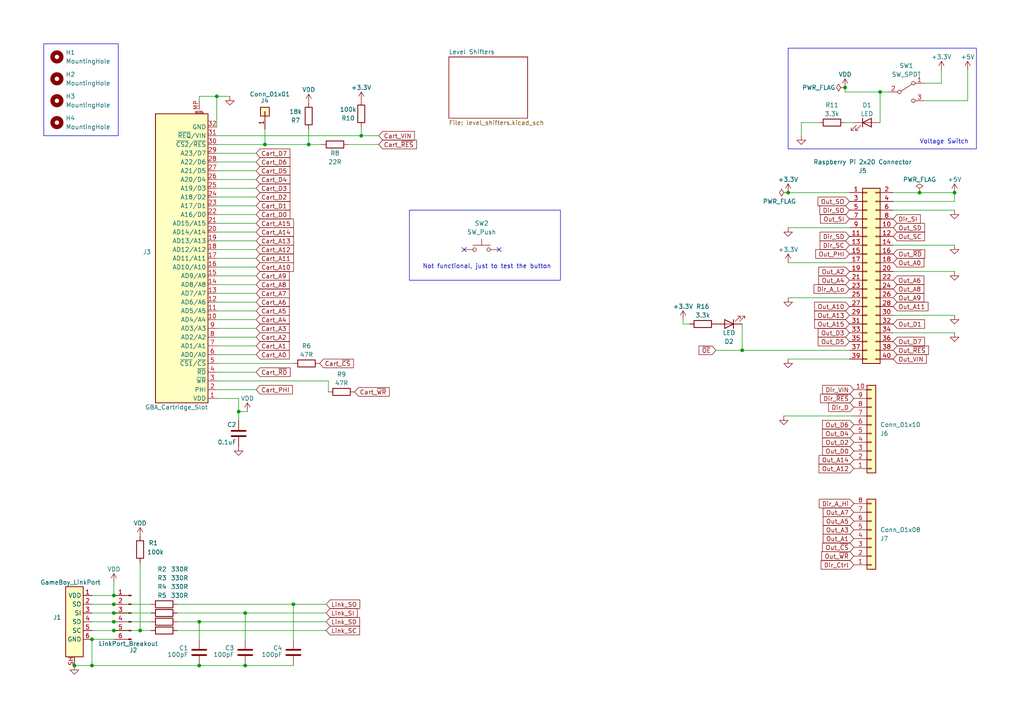
<source format=kicad_sch>
(kicad_sch (version 20230121) (generator eeschema)
  (paper "A4")
  (lib_symbols
    (symbol "Connector:Conn_01x06_Pin" (pin_names (offset 1.016) hide)
      (property "Reference" "J" (at 0 7.62 0))
      (property "Value" "Conn_01x06_Pin" (at 0 -10.16 0))
      (symbol "Conn_01x06_Pin_1_1"
        (polyline (pts (xy 1.27 -7.62) (xy 0.8636 -7.62)) (stroke (width 0.1524)))
        (polyline (pts (xy 1.27 -5.08) (xy 0.8636 -5.08)) (stroke (width 0.1524)))
        (polyline (pts (xy 1.27 -2.54) (xy 0.8636 -2.54)) (stroke (width 0.1524)))
        (polyline (pts (xy 1.27 0) (xy 0.8636 0)) (stroke (width 0.1524)))
        (polyline (pts (xy 1.27 2.54) (xy 0.8636 2.54)) (stroke (width 0.1524)))
        (polyline (pts (xy 1.27 5.08) (xy 0.8636 5.08)) (stroke (width 0.1524)))
        (rectangle (start 0.8636 -7.493) (end 0 -7.747) (stroke (width 0.1524)) (fill (type outline)))
        (rectangle (start 0.8636 -4.953) (end 0 -5.207) (stroke (width 0.1524)) (fill (type outline)))
        (rectangle (start 0.8636 -2.413) (end 0 -2.667) (stroke (width 0.1524)) (fill (type outline)))
        (rectangle (start 0.8636 0.127) (end 0 -0.127) (stroke (width 0.1524)) (fill (type outline)))
        (rectangle (start 0.8636 2.667) (end 0 2.413) (stroke (width 0.1524)) (fill (type outline)))
        (rectangle (start 0.8636 5.207) (end 0 4.953) (stroke (width 0.1524)) (fill (type outline)))
        (pin passive line (at 5.08 5.08 180) (length 3.81) (name "Pin_1") (number "1"))
        (pin passive line (at 5.08 2.54 180) (length 3.81) (name "Pin_2") (number "2"))
        (pin passive line (at 5.08 0 180) (length 3.81) (name "Pin_3") (number "3"))
        (pin passive line (at 5.08 -2.54 180) (length 3.81) (name "Pin_4") (number "4"))
        (pin passive line (at 5.08 -5.08 180) (length 3.81) (name "Pin_5") (number "5"))
        (pin passive line (at 5.08 -7.62 180) (length 3.81) (name "Pin_6") (number "6"))
      )
    )
    (symbol "Connector_Generic:Conn_01x01" (pin_names (offset 1.016) hide)
      (property "Reference" "J" (at 0 2.54 0))
      (property "Value" "Conn_01x01" (at 0 -2.54 0))
      (symbol "Conn_01x01_1_1"
        (rectangle (start -1.27 0.127) (end 0 -0.127) (stroke (width 0.1524)))
        (rectangle (start -1.27 1.27) (end 1.27 -1.27) (stroke (width 0.254)) (fill (type background)))
        (pin passive line (at -5.08 0 0) (length 3.81) (name "Pin_1") (number "1"))
      )
    )
    (symbol "Connector_Generic:Conn_01x08" (pin_names (offset 1.016) hide)
      (property "Reference" "J" (at 0 10.16 0))
      (property "Value" "Conn_01x08" (at 0 -12.7 0))
      (symbol "Conn_01x08_1_1"
        (rectangle (start -1.27 -10.033) (end 0 -10.287) (stroke (width 0.1524)))
        (rectangle (start -1.27 -7.493) (end 0 -7.747) (stroke (width 0.1524)))
        (rectangle (start -1.27 -4.953) (end 0 -5.207) (stroke (width 0.1524)))
        (rectangle (start -1.27 -2.413) (end 0 -2.667) (stroke (width 0.1524)))
        (rectangle (start -1.27 0.127) (end 0 -0.127) (stroke (width 0.1524)))
        (rectangle (start -1.27 2.667) (end 0 2.413) (stroke (width 0.1524)))
        (rectangle (start -1.27 5.207) (end 0 4.953) (stroke (width 0.1524)))
        (rectangle (start -1.27 7.747) (end 0 7.493) (stroke (width 0.1524)))
        (rectangle (start -1.27 8.89) (end 1.27 -11.43) (stroke (width 0.254)) (fill (type background)))
        (pin passive line (at -5.08 7.62 0) (length 3.81) (name "Pin_1") (number "1"))
        (pin passive line (at -5.08 5.08 0) (length 3.81) (name "Pin_2") (number "2"))
        (pin passive line (at -5.08 2.54 0) (length 3.81) (name "Pin_3") (number "3"))
        (pin passive line (at -5.08 0 0) (length 3.81) (name "Pin_4") (number "4"))
        (pin passive line (at -5.08 -2.54 0) (length 3.81) (name "Pin_5") (number "5"))
        (pin passive line (at -5.08 -5.08 0) (length 3.81) (name "Pin_6") (number "6"))
        (pin passive line (at -5.08 -7.62 0) (length 3.81) (name "Pin_7") (number "7"))
        (pin passive line (at -5.08 -10.16 0) (length 3.81) (name "Pin_8") (number "8"))
      )
    )
    (symbol "Connector_Generic:Conn_01x10" (pin_names (offset 1.016) hide)
      (property "Reference" "J" (at 0 12.7 0))
      (property "Value" "Conn_01x10" (at 0 -15.24 0))
      (symbol "Conn_01x10_1_1"
        (rectangle (start -1.27 -12.573) (end 0 -12.827) (stroke (width 0.1524)))
        (rectangle (start -1.27 -10.033) (end 0 -10.287) (stroke (width 0.1524)))
        (rectangle (start -1.27 -7.493) (end 0 -7.747) (stroke (width 0.1524)))
        (rectangle (start -1.27 -4.953) (end 0 -5.207) (stroke (width 0.1524)))
        (rectangle (start -1.27 -2.413) (end 0 -2.667) (stroke (width 0.1524)))
        (rectangle (start -1.27 0.127) (end 0 -0.127) (stroke (width 0.1524)))
        (rectangle (start -1.27 2.667) (end 0 2.413) (stroke (width 0.1524)))
        (rectangle (start -1.27 5.207) (end 0 4.953) (stroke (width 0.1524)))
        (rectangle (start -1.27 7.747) (end 0 7.493) (stroke (width 0.1524)))
        (rectangle (start -1.27 10.287) (end 0 10.033) (stroke (width 0.1524)))
        (rectangle (start -1.27 11.43) (end 1.27 -13.97) (stroke (width 0.254)) (fill (type background)))
        (pin passive line (at -5.08 10.16 0) (length 3.81) (name "Pin_1") (number "1"))
        (pin passive line (at -5.08 -12.7 0) (length 3.81) (name "Pin_10") (number "10"))
        (pin passive line (at -5.08 7.62 0) (length 3.81) (name "Pin_2") (number "2"))
        (pin passive line (at -5.08 5.08 0) (length 3.81) (name "Pin_3") (number "3"))
        (pin passive line (at -5.08 2.54 0) (length 3.81) (name "Pin_4") (number "4"))
        (pin passive line (at -5.08 0 0) (length 3.81) (name "Pin_5") (number "5"))
        (pin passive line (at -5.08 -2.54 0) (length 3.81) (name "Pin_6") (number "6"))
        (pin passive line (at -5.08 -5.08 0) (length 3.81) (name "Pin_7") (number "7"))
        (pin passive line (at -5.08 -7.62 0) (length 3.81) (name "Pin_8") (number "8"))
        (pin passive line (at -5.08 -10.16 0) (length 3.81) (name "Pin_9") (number "9"))
      )
    )
    (symbol "Connector_Generic:Conn_02x20_Odd_Even" (pin_names (offset 1.016) hide)
      (property "Reference" "J5" (at -1.27 29.21 0))
      (property "Value" "Raspberry Pi 2x20 Connector" (at -1.27 31.75 0))
      (symbol "Conn_02x20_Odd_Even_1_1"
        (rectangle (start -1.27 -25.273) (end 0 -25.527) (stroke (width 0.1524)))
        (rectangle (start -1.27 -22.733) (end 0 -22.987) (stroke (width 0.1524)))
        (rectangle (start -1.27 -20.193) (end 0 -20.447) (stroke (width 0.1524)))
        (rectangle (start -1.27 -17.653) (end 0 -17.907) (stroke (width 0.1524)))
        (rectangle (start -1.27 -15.113) (end 0 -15.367) (stroke (width 0.1524)))
        (rectangle (start -1.27 -12.573) (end 0 -12.827) (stroke (width 0.1524)))
        (rectangle (start -1.27 -10.033) (end 0 -10.287) (stroke (width 0.1524)))
        (rectangle (start -1.27 -7.493) (end 0 -7.747) (stroke (width 0.1524)))
        (rectangle (start -1.27 -4.953) (end 0 -5.207) (stroke (width 0.1524)))
        (rectangle (start -1.27 -2.413) (end 0 -2.667) (stroke (width 0.1524)))
        (rectangle (start -1.27 0.127) (end 0 -0.127) (stroke (width 0.1524)))
        (rectangle (start -1.27 2.667) (end 0 2.413) (stroke (width 0.1524)))
        (rectangle (start -1.27 5.207) (end 0 4.953) (stroke (width 0.1524)))
        (rectangle (start -1.27 7.747) (end 0 7.493) (stroke (width 0.1524)))
        (rectangle (start -1.27 10.287) (end 0 10.033) (stroke (width 0.1524)))
        (rectangle (start -1.27 12.827) (end 0 12.573) (stroke (width 0.1524)))
        (rectangle (start -1.27 15.367) (end 0 15.113) (stroke (width 0.1524)))
        (rectangle (start -1.27 17.907) (end 0 17.653) (stroke (width 0.1524)))
        (rectangle (start -1.27 20.447) (end 0 20.193) (stroke (width 0.1524)))
        (rectangle (start -1.27 22.987) (end 0 22.733) (stroke (width 0.1524)))
        (rectangle (start -1.27 24.13) (end 3.81 -26.67) (stroke (width 0.254)) (fill (type background)))
        (rectangle (start 3.81 -25.273) (end 2.54 -25.527) (stroke (width 0.1524)))
        (rectangle (start 3.81 -22.733) (end 2.54 -22.987) (stroke (width 0.1524)))
        (rectangle (start 3.81 -20.193) (end 2.54 -20.447) (stroke (width 0.1524)))
        (rectangle (start 3.81 -17.653) (end 2.54 -17.907) (stroke (width 0.1524)))
        (rectangle (start 3.81 -15.113) (end 2.54 -15.367) (stroke (width 0.1524)))
        (rectangle (start 3.81 -12.573) (end 2.54 -12.827) (stroke (width 0.1524)))
        (rectangle (start 3.81 -10.033) (end 2.54 -10.287) (stroke (width 0.1524)))
        (rectangle (start 3.81 -7.493) (end 2.54 -7.747) (stroke (width 0.1524)))
        (rectangle (start 3.81 -4.953) (end 2.54 -5.207) (stroke (width 0.1524)))
        (rectangle (start 3.81 -2.413) (end 2.54 -2.667) (stroke (width 0.1524)))
        (rectangle (start 3.81 0.127) (end 2.54 -0.127) (stroke (width 0.1524)))
        (rectangle (start 3.81 2.667) (end 2.54 2.413) (stroke (width 0.1524)))
        (rectangle (start 3.81 5.207) (end 2.54 4.953) (stroke (width 0.1524)))
        (rectangle (start 3.81 7.747) (end 2.54 7.493) (stroke (width 0.1524)))
        (rectangle (start 3.81 10.287) (end 2.54 10.033) (stroke (width 0.1524)))
        (rectangle (start 3.81 12.827) (end 2.54 12.573) (stroke (width 0.1524)))
        (rectangle (start 3.81 15.367) (end 2.54 15.113) (stroke (width 0.1524)))
        (rectangle (start 3.81 17.907) (end 2.54 17.653) (stroke (width 0.1524)))
        (rectangle (start 3.81 20.447) (end 2.54 20.193) (stroke (width 0.1524)))
        (rectangle (start 3.81 22.987) (end 2.54 22.733) (stroke (width 0.1524)))
        (pin passive line (at -5.08 22.86 0) (length 3.81) (name "GND") (number "1"))
        (pin passive line (at 7.62 12.7 180) (length 3.81) (name "Zynq_Y19") (number "10"))
        (pin passive line (at -5.08 10.16 0) (length 3.81) (name "Zynq_U7") (number "11"))
        (pin passive line (at 7.62 10.16 180) (length 3.81) (name "Zynq_C20") (number "12"))
        (pin passive line (at -5.08 7.62 0) (length 3.81) (name "Zynq_V7") (number "13"))
        (pin passive line (at 7.62 7.62 180) (length 3.81) (name "GND") (number "14"))
        (pin passive line (at -5.08 5.08 0) (length 3.81) (name "Zynq_U8") (number "15"))
        (pin passive line (at 7.62 5.08 180) (length 3.81) (name "Zynq_W6") (number "16"))
        (pin passive line (at -5.08 2.54 0) (length 3.81) (name "3V3") (number "17"))
        (pin passive line (at 7.62 2.54 180) (length 3.81) (name "Zynq_U18") (number "18"))
        (pin passive line (at -5.08 0 0) (length 3.81) (name "Zynq_V8") (number "19"))
        (pin passive line (at 7.62 22.86 180) (length 3.81) (name "5V") (number "2"))
        (pin passive line (at 7.62 0 180) (length 3.81) (name "GND") (number "20"))
        (pin passive line (at -5.08 -2.54 0) (length 3.81) (name "Zynq_V10") (number "21"))
        (pin passive line (at 7.62 -2.54 180) (length 3.81) (name "Zynq_U19") (number "22"))
        (pin passive line (at -5.08 -5.08 0) (length 3.81) (name "Zynq_W10") (number "23"))
        (pin passive line (at 7.62 -5.08 180) (length 3.81) (name "Zynq_F19") (number "24"))
        (pin passive line (at -5.08 -7.62 0) (length 3.81) (name "GND") (number "25"))
        (pin passive line (at 7.62 -7.62 180) (length 3.81) (name "Zynq_F20") (number "26"))
        (pin passive line (at -5.08 -10.16 0) (length 3.81) (name "Zynq_Y16") (number "27"))
        (pin passive line (at 7.62 -10.16 180) (length 3.81) (name "Zynq_Y17") (number "28"))
        (pin passive line (at -5.08 -12.7 0) (length 3.81) (name "Zynq_Y6") (number "29"))
        (pin passive line (at -5.08 20.32 0) (length 3.81) (name "Zynq_W18") (number "3"))
        (pin passive line (at 7.62 -12.7 180) (length 3.81) (name "GND") (number "30"))
        (pin passive line (at -5.08 -15.24 0) (length 3.81) (name "Zynq_Y7") (number "31"))
        (pin passive line (at 7.62 -15.24 180) (length 3.81) (name "Zynq_B20") (number "32"))
        (pin passive line (at -5.08 -17.78 0) (length 3.81) (name "Zynq_W8") (number "33"))
        (pin passive line (at 7.62 -17.78 180) (length 3.81) (name "GND") (number "34"))
        (pin passive line (at -5.08 -20.32 0) (length 3.81) (name "Zynq_Y8") (number "35"))
        (pin passive line (at 7.62 -20.32 180) (length 3.81) (name "Zynq_B19") (number "36"))
        (pin passive line (at -5.08 -22.86 0) (length 3.81) (name "Zynq_W9") (number "37"))
        (pin passive line (at 7.62 -22.86 180) (length 3.81) (name "Zynq_A20") (number "38"))
        (pin passive line (at -5.08 -25.4 0) (length 3.81) (name "GND") (number "39"))
        (pin passive line (at 7.62 20.32 180) (length 3.81) (name "5V") (number "4"))
        (pin passive line (at 7.62 -25.4 180) (length 3.81) (name "Zynq_Y9") (number "40"))
        (pin passive line (at -5.08 17.78 0) (length 3.81) (name "Zynq_W19") (number "5"))
        (pin passive line (at 7.62 17.78 180) (length 3.81) (name "GND") (number "6"))
        (pin passive line (at -5.08 15.24 0) (length 3.81) (name "Zynq_V6") (number "7"))
        (pin passive line (at 7.62 15.24 180) (length 3.81) (name "Zynq_Y18") (number "8"))
        (pin passive line (at -5.08 12.7 0) (length 3.81) (name "GND") (number "9"))
      )
    )
    (symbol "Device:C" (pin_numbers hide) (pin_names (offset 0.254))
      (property "Reference" "C" (at 0.635 2.54 0))
      (property "Value" "C" (at 0.635 -2.54 0))
      (symbol "C_0_1"
        (polyline (pts (xy -2.032 -0.762) (xy 2.032 -0.762)) (stroke (width 0.508)))
        (polyline (pts (xy -2.032 0.762) (xy 2.032 0.762)) (stroke (width 0.508)))
      )
      (symbol "C_1_1"
        (pin passive line (at 0 3.81 270) (length 2.794) (name "~") (number "1"))
        (pin passive line (at 0 -3.81 90) (length 2.794) (name "~") (number "2"))
      )
    )
    (symbol "Device:LED" (pin_numbers hide) (pin_names (offset 1.016) hide)
      (property "Reference" "D" (at 0 2.54 0))
      (property "Value" "LED" (at 0 -2.54 0))
      (symbol "LED_0_1"
        (polyline (pts (xy -1.27 -1.27) (xy -1.27 1.27)) (stroke (width 0.254)))
        (polyline (pts (xy -1.27 0) (xy 1.27 0)))
        (polyline (pts (xy 1.27 -1.27) (xy 1.27 1.27) (xy -1.27 0) (xy 1.27 -1.27)) (stroke (width 0.254)))
        (polyline (pts (xy -3.048 -0.762) (xy -4.572 -2.286) (xy -3.81 -2.286) (xy -4.572 -2.286) (xy -4.572 -1.524)))
        (polyline (pts (xy -1.778 -0.762) (xy -3.302 -2.286) (xy -2.54 -2.286) (xy -3.302 -2.286) (xy -3.302 -1.524)))
      )
      (symbol "LED_1_1"
        (pin passive line (at -3.81 0 0) (length 2.54) (name "K") (number "1"))
        (pin passive line (at 3.81 0 180) (length 2.54) (name "A") (number "2"))
      )
    )
    (symbol "Device:R" (pin_numbers hide) (pin_names (offset 0))
      (property "Reference" "R" (at 2.032 0 90))
      (property "Value" "R" (at 0 0 90))
      (symbol "R_0_1"
        (rectangle (start -1.016 -2.54) (end 1.016 2.54) (stroke (width 0.254)))
      )
      (symbol "R_1_1"
        (pin passive line (at 0 3.81 270) (length 1.27) (name "~") (number "1"))
        (pin passive line (at 0 -3.81 90) (length 1.27) (name "~") (number "2"))
      )
    )
    (symbol "Gekkio_Connector_Specialized:GameBoyAdvance_Cartridge_MountingPin"
      (property "Reference" "J" (at -5.08 43.18 0))
      (property "Value" "GameBoyAdvance_Cartridge_MountingPin" (at -3.81 -44.45 0))
      (symbol "GameBoyAdvance_Cartridge_MountingPin_0_1"
        (rectangle (start -7.62 41.91) (end 7.62 -41.91) (stroke (width 0.254)) (fill (type background)))
      )
      (symbol "GameBoyAdvance_Cartridge_MountingPin_1_1"
        (polyline (pts (xy -6.096 -42.672) (xy -4.064 -42.672)) (stroke (width 0.1524)))
        (text "Mounting" (at -5.08 -42.291 0) (effects (font (size 0.381 0.381))))
        (pin passive line (at -10.16 40.64 0) (length 2.54) (name "VDD") (number "1"))
        (pin passive line (at -10.16 17.78 0) (length 2.54) (name "AD4/A4") (number "10"))
        (pin passive line (at -10.16 15.24 0) (length 2.54) (name "AD5/A5") (number "11"))
        (pin passive line (at -10.16 12.7 0) (length 2.54) (name "AD6/A6") (number "12"))
        (pin passive line (at -10.16 10.16 0) (length 2.54) (name "AD7/A7") (number "13"))
        (pin passive line (at -10.16 7.62 0) (length 2.54) (name "AD8/A8") (number "14"))
        (pin passive line (at -10.16 5.08 0) (length 2.54) (name "AD9/A9") (number "15"))
        (pin passive line (at -10.16 2.54 0) (length 2.54) (name "AD10/A10") (number "16"))
        (pin passive line (at -10.16 0 0) (length 2.54) (name "AD11/A11") (number "17"))
        (pin passive line (at -10.16 -2.54 0) (length 2.54) (name "AD12/A12") (number "18"))
        (pin passive line (at -10.16 -5.08 0) (length 2.54) (name "AD13/A13") (number "19"))
        (pin passive line (at -10.16 38.1 0) (length 2.54) (name "PHI") (number "2"))
        (pin passive line (at -10.16 -7.62 0) (length 2.54) (name "AD14/A14") (number "20"))
        (pin passive line (at -10.16 -10.16 0) (length 2.54) (name "AD15/A15") (number "21"))
        (pin passive line (at -10.16 -12.7 0) (length 2.54) (name "A16/D0") (number "22"))
        (pin passive line (at -10.16 -15.24 0) (length 2.54) (name "A17/D1") (number "23"))
        (pin passive line (at -10.16 -17.78 0) (length 2.54) (name "A18/D2") (number "24"))
        (pin passive line (at -10.16 -20.32 0) (length 2.54) (name "A19/D3") (number "25"))
        (pin passive line (at -10.16 -22.86 0) (length 2.54) (name "A20/D4") (number "26"))
        (pin passive line (at -10.16 -25.4 0) (length 2.54) (name "A21/D5") (number "27"))
        (pin passive line (at -10.16 -27.94 0) (length 2.54) (name "A22/D6") (number "28"))
        (pin passive line (at -10.16 -30.48 0) (length 2.54) (name "A23/D7") (number "29"))
        (pin passive line (at -10.16 35.56 0) (length 2.54) (name "~{WR}") (number "3"))
        (pin passive line (at -10.16 -33.02 0) (length 2.54) (name "~{CS2}/~{RES}") (number "30"))
        (pin passive line (at -10.16 -35.56 0) (length 2.54) (name "~{REQ}/VIN") (number "31"))
        (pin passive line (at -10.16 -38.1 0) (length 2.54) (name "GND") (number "32"))
        (pin passive line (at -10.16 33.02 0) (length 2.54) (name "~{RD}") (number "4"))
        (pin passive line (at -10.16 30.48 0) (length 2.54) (name "~{CS1}/~{CS}") (number "5"))
        (pin passive line (at -10.16 27.94 0) (length 2.54) (name "AD0/A0") (number "6"))
        (pin passive line (at -10.16 25.4 0) (length 2.54) (name "AD1/A1") (number "7"))
        (pin passive line (at -10.16 22.86 0) (length 2.54) (name "AD2/A2") (number "8"))
        (pin passive line (at -10.16 20.32 0) (length 2.54) (name "AD3/A3") (number "9"))
        (pin passive line (at -5.08 -45.72 90) (length 2.54) (name "~") (number "MP"))
      )
    )
    (symbol "Gekkio_Connector_Specialized:GameBoy_LinkPort"
      (property "Reference" "J" (at 0 13.97 0))
      (property "Value" "GameBoy_LinkPort" (at 0 11.43 0))
      (symbol "GameBoy_LinkPort_0_1"
        (rectangle (start -2.54 10.16) (end 2.54 -10.16) (stroke (width 0.254)) (fill (type background)))
      )
      (symbol "GameBoy_LinkPort_1_1"
        (pin passive line (at -5.08 7.62 0) (length 2.54) (name "VDD") (number "1"))
        (pin passive line (at -5.08 5.08 0) (length 2.54) (name "SO") (number "2"))
        (pin passive line (at -5.08 2.54 0) (length 2.54) (name "SI") (number "3"))
        (pin passive line (at -5.08 0 0) (length 2.54) (name "SD") (number "4"))
        (pin passive line (at -5.08 -2.54 0) (length 2.54) (name "SC") (number "5"))
        (pin passive line (at -5.08 -5.08 0) (length 2.54) (name "GND") (number "6"))
        (pin passive line (at 0 -12.7 90) (length 2.54) (name "~") (number "SH"))
      )
    )
    (symbol "Mechanical:MountingHole" (pin_names (offset 1.016))
      (property "Reference" "H" (at 0 5.08 0))
      (property "Value" "MountingHole" (at 0 3.175 0))
      (symbol "MountingHole_0_1"
        (circle (center 0 0) (radius 1.27) (stroke (width 1.27)))
      )
    )
    (symbol "Switch:SW_Push" (pin_numbers hide) (pin_names (offset 1.016) hide)
      (property "Reference" "SW" (at 1.27 2.54 0))
      (property "Value" "SW_Push" (at 0 -1.524 0))
      (symbol "SW_Push_0_1"
        (circle (center -2.032 0) (radius 0.508))
        (polyline (pts (xy 0 1.27) (xy 0 3.048)))
        (polyline (pts (xy 2.54 1.27) (xy -2.54 1.27)))
        (circle (center 2.032 0) (radius 0.508))
        (pin passive line (at -5.08 0 0) (length 2.54) (name "1") (number "1"))
        (pin passive line (at 5.08 0 180) (length 2.54) (name "2") (number "2"))
      )
    )
    (symbol "Switch:SW_SPDT" (pin_names (offset 0) hide)
      (property "Reference" "SW" (at 0 4.318 0))
      (property "Value" "SW_SPDT" (at 0 -5.08 0))
      (symbol "SW_SPDT_0_0"
        (circle (center -2.032 0) (radius 0.508))
        (circle (center 2.032 -2.54) (radius 0.508))
      )
      (symbol "SW_SPDT_0_1"
        (polyline (pts (xy -1.524 0.254) (xy 1.651 2.286)))
        (circle (center 2.032 2.54) (radius 0.508))
      )
      (symbol "SW_SPDT_1_1"
        (pin passive line (at 5.08 2.54 180) (length 2.54) (name "A") (number "1"))
        (pin passive line (at -5.08 0 0) (length 2.54) (name "B") (number "2"))
        (pin passive line (at 5.08 -2.54 180) (length 2.54) (name "C") (number "3"))
      )
    )
    (symbol "power:+3.3V" (power) (pin_names (offset 0))
      (property "Value" "+3.3V" (at 0 3.556 0))
      (symbol "+3.3V_0_1"
        (polyline (pts (xy -0.762 1.27) (xy 0 2.54)))
        (polyline (pts (xy 0 0) (xy 0 2.54)))
        (polyline (pts (xy 0 2.54) (xy 0.762 1.27)))
      )
      (symbol "+3.3V_1_1"
        (pin power_in line (at 0 0 90) (length 0) hide (name "+3.3V") (number "1"))
      )
    )
    (symbol "power:+5V" (power) (pin_names (offset 0))
      (property "Value" "+5V" (at 0 3.556 0))
      (symbol "+5V_0_1"
        (polyline (pts (xy -0.762 1.27) (xy 0 2.54)))
        (polyline (pts (xy 0 0) (xy 0 2.54)))
        (polyline (pts (xy 0 2.54) (xy 0.762 1.27)))
      )
      (symbol "+5V_1_1"
        (pin power_in line (at 0 0 90) (length 0) hide (name "+5V") (number "1"))
      )
    )
    (symbol "power:GND" (power) (pin_names (offset 0))
      (property "Value" "GND" (at 0 -3.81 0))
      (symbol "GND_0_1"
        (polyline (pts (xy 0 0) (xy 0 -1.27) (xy 1.27 -1.27) (xy 0 -2.54) (xy -1.27 -1.27) (xy 0 -1.27)))
      )
      (symbol "GND_1_1"
        (pin power_in line (at 0 0 270) (length 0) hide (name "GND") (number "1"))
      )
    )
    (symbol "power:PWR_FLAG" (power) (pin_numbers hide) (pin_names (offset 0) hide)
      (property "Value" "PWR_FLAG" (at 0 3.81 0))
      (symbol "PWR_FLAG_0_0"
        (pin power_out line (at 0 0 90) (length 0) (name "pwr") (number "1"))
      )
      (symbol "PWR_FLAG_0_1"
        (polyline (pts (xy 0 0) (xy 0 1.27) (xy -1.016 1.905) (xy 0 2.54) (xy 1.016 1.905) (xy 0 1.27)))
      )
    )
    (symbol "power:VDD" (power) (pin_names (offset 0))
      (property "Value" "VDD" (at 0 3.81 0))
      (symbol "VDD_0_1"
        (polyline (pts (xy -0.762 1.27) (xy 0 2.54)))
        (polyline (pts (xy 0 0) (xy 0 2.54)))
        (polyline (pts (xy 0 2.54) (xy 0.762 1.27)))
      )
      (symbol "VDD_1_1"
        (pin power_in line (at 0 0 90) (length 0) hide (name "VDD") (number "1"))
      )
    )
  )
  (junction (at 33.02 172.72))
  (junction (at 33.02 175.26))
  (junction (at 57.785 193.04))
  (junction (at 266.7 55.88))
  (junction (at 62.865 27.94))
  (junction (at 33.02 182.88))
  (junction (at 245.11 25.4))
  (junction (at 21.59 193.04))
  (junction (at 85.09 175.26))
  (junction (at 57.785 180.34))
  (junction (at 71.12 193.04))
  (junction (at 33.02 177.8))
  (junction (at 276.86 55.88))
  (junction (at 255.27 26.67))
  (junction (at 33.02 180.34))
  (junction (at 26.67 185.42))
  (junction (at 104.775 39.37))
  (junction (at 215.265 101.6))
  (junction (at 76.835 41.91))
  (junction (at 69.215 119.38))
  (junction (at 228.6 55.88))
  (junction (at 40.64 182.88))
  (junction (at 89.535 41.91))
  (junction (at 26.67 193.04))
  (junction (at 71.12 177.8))
  (no_connect (at 144.78 72.39))
  (no_connect (at 134.62 72.39))
  (polyline (pts (xy 12.7 39.37) (xy 34.29 39.37)))
  (wire (pts (xy 40.64 182.88) (xy 43.815 182.88)))
  (wire (pts (xy 62.865 41.91) (xy 76.835 41.91)))
  (wire (pts (xy 85.09 175.26) (xy 94.615 175.26)))
  (wire (pts (xy 215.265 101.6) (xy 246.38 101.6)))
  (wire (pts (xy 273.05 24.13) (xy 273.05 20.32)))
  (wire (pts (xy 62.865 80.01) (xy 74.295 80.01)))
  (wire (pts (xy 76.835 41.91) (xy 89.535 41.91)))
  (wire (pts (xy 280.67 20.32) (xy 280.67 29.21)))
  (wire (pts (xy 62.865 107.95) (xy 74.295 107.95)))
  (wire (pts (xy 69.215 119.38) (xy 69.215 115.57)))
  (wire (pts (xy 227.33 120.65) (xy 247.65 120.65)))
  (wire (pts (xy 215.265 93.98) (xy 215.265 101.6)))
  (wire (pts (xy 57.785 193.04) (xy 71.12 193.04)))
  (wire (pts (xy 26.67 182.88) (xy 33.02 182.88)))
  (wire (pts (xy 62.865 49.53) (xy 74.295 49.53)))
  (wire (pts (xy 259.08 58.42) (xy 276.86 58.42)))
  (wire (pts (xy 57.785 27.94) (xy 62.865 27.94)))
  (wire (pts (xy 207.645 101.6) (xy 215.265 101.6)))
  (wire (pts (xy 26.67 180.34) (xy 33.02 180.34)))
  (wire (pts (xy 62.865 77.47) (xy 74.295 77.47)))
  (wire (pts (xy 26.67 193.04) (xy 21.59 193.04)))
  (polyline (pts (xy 228.6 13.97) (xy 283.21 13.97)))
  (wire (pts (xy 89.535 37.465) (xy 89.535 41.91)))
  (wire (pts (xy 62.865 105.41) (xy 85.09 105.41)))
  (wire (pts (xy 267.97 29.21) (xy 280.67 29.21)))
  (wire (pts (xy 33.02 168.91) (xy 33.02 172.72)))
  (wire (pts (xy 62.865 102.87) (xy 74.295 102.87)))
  (wire (pts (xy 276.86 55.88) (xy 276.86 58.42)))
  (wire (pts (xy 62.865 95.25) (xy 74.295 95.25)))
  (wire (pts (xy 69.215 119.38) (xy 71.755 119.38)))
  (wire (pts (xy 62.865 72.39) (xy 74.295 72.39)))
  (wire (pts (xy 26.67 193.04) (xy 57.785 193.04)))
  (wire (pts (xy 89.535 41.91) (xy 93.345 41.91)))
  (wire (pts (xy 259.08 91.44) (xy 276.86 91.44)))
  (wire (pts (xy 267.97 24.13) (xy 273.05 24.13)))
  (wire (pts (xy 259.08 60.96) (xy 276.86 60.96)))
  (wire (pts (xy 104.775 36.83) (xy 104.775 39.37)))
  (wire (pts (xy 259.08 71.12) (xy 276.86 71.12)))
  (wire (pts (xy 51.435 177.8) (xy 71.12 177.8)))
  (wire (pts (xy 62.865 64.77) (xy 74.295 64.77)))
  (wire (pts (xy 198.12 93.98) (xy 200.025 93.98)))
  (wire (pts (xy 62.865 115.57) (xy 69.215 115.57)))
  (wire (pts (xy 228.6 76.2) (xy 246.38 76.2)))
  (wire (pts (xy 62.865 85.09) (xy 74.295 85.09)))
  (wire (pts (xy 69.215 119.38) (xy 69.215 121.92)))
  (wire (pts (xy 62.865 39.37) (xy 104.775 39.37)))
  (wire (pts (xy 232.41 35.56) (xy 232.41 39.37)))
  (wire (pts (xy 228.6 86.36) (xy 246.38 86.36)))
  (wire (pts (xy 71.12 177.8) (xy 71.12 185.42)))
  (wire (pts (xy 57.785 29.21) (xy 57.785 27.94)))
  (wire (pts (xy 100.965 41.91) (xy 109.855 41.91)))
  (wire (pts (xy 259.08 96.52) (xy 276.86 96.52)))
  (wire (pts (xy 62.865 46.99) (xy 74.295 46.99)))
  (wire (pts (xy 57.785 180.34) (xy 57.785 185.42)))
  (wire (pts (xy 255.27 26.67) (xy 255.27 35.56)))
  (wire (pts (xy 62.865 97.79) (xy 74.295 97.79)))
  (polyline (pts (xy 283.21 43.18) (xy 228.6 43.18)))
  (wire (pts (xy 62.865 57.15) (xy 74.295 57.15)))
  (wire (pts (xy 76.835 37.465) (xy 76.835 41.91)))
  (polyline (pts (xy 34.29 39.37) (xy 34.29 12.7)))
  (wire (pts (xy 62.865 54.61) (xy 74.295 54.61)))
  (wire (pts (xy 33.02 182.88) (xy 40.64 182.88)))
  (wire (pts (xy 62.865 52.07) (xy 74.295 52.07)))
  (wire (pts (xy 62.865 82.55) (xy 74.295 82.55)))
  (wire (pts (xy 62.865 67.31) (xy 74.295 67.31)))
  (wire (pts (xy 71.12 193.04) (xy 85.09 193.04)))
  (wire (pts (xy 26.67 185.42) (xy 33.02 185.42)))
  (wire (pts (xy 26.67 193.04) (xy 26.67 185.42)))
  (wire (pts (xy 33.02 180.34) (xy 43.815 180.34)))
  (wire (pts (xy 40.64 163.195) (xy 40.64 182.88)))
  (wire (pts (xy 228.6 55.88) (xy 246.38 55.88)))
  (wire (pts (xy 198.12 92.71) (xy 198.12 93.98)))
  (wire (pts (xy 51.435 175.26) (xy 85.09 175.26)))
  (wire (pts (xy 95.25 110.49) (xy 95.25 113.665)))
  (wire (pts (xy 33.02 177.8) (xy 43.815 177.8)))
  (wire (pts (xy 259.08 55.88) (xy 266.7 55.88)))
  (polyline (pts (xy 12.7 12.7) (xy 12.7 39.37)))
  (wire (pts (xy 62.865 44.45) (xy 74.295 44.45)))
  (wire (pts (xy 26.67 177.8) (xy 33.02 177.8)))
  (wire (pts (xy 237.49 35.56) (xy 232.41 35.56)))
  (wire (pts (xy 255.27 26.67) (xy 257.81 26.67)))
  (wire (pts (xy 33.02 175.26) (xy 43.815 175.26)))
  (wire (pts (xy 62.865 74.93) (xy 74.295 74.93)))
  (wire (pts (xy 26.67 175.26) (xy 33.02 175.26)))
  (wire (pts (xy 57.785 180.34) (xy 94.615 180.34)))
  (polyline (pts (xy 12.7 12.7) (xy 34.29 12.7)))
  (wire (pts (xy 62.865 87.63) (xy 74.295 87.63)))
  (wire (pts (xy 62.865 62.23) (xy 74.295 62.23)))
  (wire (pts (xy 228.6 104.14) (xy 246.38 104.14)))
  (wire (pts (xy 51.435 182.88) (xy 94.615 182.88)))
  (wire (pts (xy 245.11 26.67) (xy 245.11 25.4)))
  (wire (pts (xy 62.865 27.94) (xy 62.865 36.83)))
  (wire (pts (xy 62.865 110.49) (xy 95.25 110.49)))
  (wire (pts (xy 51.435 180.34) (xy 57.785 180.34)))
  (wire (pts (xy 228.6 66.04) (xy 246.38 66.04)))
  (wire (pts (xy 71.12 177.8) (xy 94.615 177.8)))
  (polyline (pts (xy 283.21 13.97) (xy 283.21 43.18)))
  (wire (pts (xy 104.775 39.37) (xy 109.855 39.37)))
  (wire (pts (xy 245.11 35.56) (xy 247.65 35.56)))
  (wire (pts (xy 85.09 175.26) (xy 85.09 185.42)))
  (wire (pts (xy 62.865 69.85) (xy 74.295 69.85)))
  (wire (pts (xy 26.67 172.72) (xy 33.02 172.72)))
  (wire (pts (xy 245.11 26.67) (xy 255.27 26.67)))
  (wire (pts (xy 62.865 59.69) (xy 74.295 59.69)))
  (wire (pts (xy 62.865 27.94) (xy 66.675 27.94)))
  (wire (pts (xy 266.7 55.88) (xy 276.86 55.88)))
  (wire (pts (xy 259.08 78.74) (xy 276.86 78.74)))
  (wire (pts (xy 62.865 100.33) (xy 74.295 100.33)))
  (wire (pts (xy 62.865 92.71) (xy 74.295 92.71)))
  (wire (pts (xy 62.865 113.03) (xy 74.295 113.03)))
  (polyline (pts (xy 228.6 43.18) (xy 228.6 13.97)))
  (wire (pts (xy 62.865 90.17) (xy 74.295 90.17)))
  (rectangle (start 118.745 60.96) (end 162.56 81.28))
  (text "Voltage Switch\n" (at 266.7 41.91 0) (effects (font (size 1.27 1.27)) (justify left bottom)))
  (text "Not functional, just to test the button\n" (at 122.555 78.105 0) (effects (font (size 1.27 1.27)) (justify left bottom)))
  (global_label "Out_A0" (shape input) (at 259.08 76.2 0) (property "Intersheetrefs" "${INTERSHEET_REFS}" (effects hide)))
  (global_label "Cart_D0" (shape input) (at 74.295 62.23 0) (property "Intersheetrefs" "${INTERSHEET_REFS}" (effects hide)))
  (global_label "Out_A2" (shape input) (at 246.38 78.74 180) (property "Intersheetrefs" "${INTERSHEET_REFS}" (effects hide)))
  (global_label "Cart_~{WR}" (shape input) (at 102.87 113.665 0) (property "Intersheetrefs" "${INTERSHEET_REFS}" (effects hide)))
  (global_label "Out_A12" (shape input) (at 247.65 135.89 180) (property "Intersheetrefs" "${INTERSHEET_REFS}" (effects hide)))
  (global_label "Cart_D3" (shape input) (at 74.295 54.61 0) (property "Intersheetrefs" "${INTERSHEET_REFS}" (effects hide)))
  (global_label "Cart_~{RD}" (shape input) (at 74.295 107.95 0) (property "Intersheetrefs" "${INTERSHEET_REFS}" (effects hide)))
  (global_label "Cart_A0" (shape input) (at 74.295 102.87 0) (property "Intersheetrefs" "${INTERSHEET_REFS}" (effects hide)))
  (global_label "Dir_Ctrl" (shape input) (at 247.65 163.83 180) (property "Intersheetrefs" "${INTERSHEET_REFS}" (effects hide)))
  (global_label "Cart_PHI" (shape input) (at 74.295 113.03 0) (property "Intersheetrefs" "${INTERSHEET_REFS}" (effects hide)))
  (global_label "Out_~{RD}" (shape input) (at 259.08 73.66 0) (property "Intersheetrefs" "${INTERSHEET_REFS}" (effects hide)))
  (global_label "Out_A11" (shape input) (at 259.08 88.9 0) (property "Intersheetrefs" "${INTERSHEET_REFS}" (effects hide)))
  (global_label "Cart_D4" (shape input) (at 74.295 52.07 0) (property "Intersheetrefs" "${INTERSHEET_REFS}" (effects hide)))
  (global_label "Out_D3" (shape input) (at 246.38 96.52 180) (property "Intersheetrefs" "${INTERSHEET_REFS}" (effects hide)))
  (global_label "Dir_~{RES}" (shape input) (at 247.65 115.57 180) (property "Intersheetrefs" "${INTERSHEET_REFS}" (effects hide)))
  (global_label "Out_VIN" (shape input) (at 259.08 104.14 0) (property "Intersheetrefs" "${INTERSHEET_REFS}" (effects hide)))
  (global_label "Link_SI" (shape input) (at 94.615 177.8 0) (property "Intersheetrefs" "${INTERSHEET_REFS}" (effects hide)))
  (global_label "Cart_D1" (shape input) (at 74.295 59.69 0) (property "Intersheetrefs" "${INTERSHEET_REFS}" (effects hide)))
  (global_label "Cart_A4" (shape input) (at 74.295 92.71 0) (property "Intersheetrefs" "${INTERSHEET_REFS}" (effects hide)))
  (global_label "Out_D0" (shape input) (at 247.65 130.81 180) (property "Intersheetrefs" "${INTERSHEET_REFS}" (effects hide)))
  (global_label "Dir_SD" (shape input) (at 246.38 68.58 180) (property "Intersheetrefs" "${INTERSHEET_REFS}" (effects hide)))
  (global_label "Out_A9" (shape input) (at 259.08 86.36 0) (property "Intersheetrefs" "${INTERSHEET_REFS}" (effects hide)))
  (global_label "Cart_~{CS}" (shape input) (at 92.71 105.41 0) (property "Intersheetrefs" "${INTERSHEET_REFS}" (effects hide)))
  (global_label "Cart_A8" (shape input) (at 74.295 82.55 0) (property "Intersheetrefs" "${INTERSHEET_REFS}" (effects hide)))
  (global_label "Dir_SI" (shape input) (at 259.08 63.5 0) (property "Intersheetrefs" "${INTERSHEET_REFS}" (effects hide)))
  (global_label "Dir_SC" (shape input) (at 246.38 71.12 180) (property "Intersheetrefs" "${INTERSHEET_REFS}" (effects hide)))
  (global_label "Cart_A10" (shape input) (at 74.295 77.47 0) (property "Intersheetrefs" "${INTERSHEET_REFS}" (effects hide)))
  (global_label "Cart_A11" (shape input) (at 74.295 74.93 0) (property "Intersheetrefs" "${INTERSHEET_REFS}" (effects hide)))
  (global_label "Dir_A_Lo" (shape input) (at 246.38 83.82 180) (property "Intersheetrefs" "${INTERSHEET_REFS}" (effects hide)))
  (global_label "Out_PHI" (shape input) (at 246.38 73.66 180) (property "Intersheetrefs" "${INTERSHEET_REFS}" (effects hide)))
  (global_label "Cart_D6" (shape input) (at 74.295 46.99 0) (property "Intersheetrefs" "${INTERSHEET_REFS}" (effects hide)))
  (global_label "Out_~{CS}" (shape input) (at 247.65 158.75 180) (property "Intersheetrefs" "${INTERSHEET_REFS}" (effects hide)))
  (global_label "Out_SO" (shape input) (at 246.38 58.42 180) (property "Intersheetrefs" "${INTERSHEET_REFS}" (effects hide)))
  (global_label "Out_SI" (shape input) (at 246.38 63.5 180) (property "Intersheetrefs" "${INTERSHEET_REFS}" (effects hide)))
  (global_label "Out_D4" (shape input) (at 247.65 125.73 180) (property "Intersheetrefs" "${INTERSHEET_REFS}" (effects hide)))
  (global_label "Out_A8" (shape input) (at 259.08 83.82 0) (property "Intersheetrefs" "${INTERSHEET_REFS}" (effects hide)))
  (global_label "Out_A7" (shape input) (at 247.65 148.59 180) (property "Intersheetrefs" "${INTERSHEET_REFS}" (effects hide)))
  (global_label "Out_A14" (shape input) (at 247.65 133.35 180) (property "Intersheetrefs" "${INTERSHEET_REFS}" (effects hide)))
  (global_label "Dir_VIN" (shape input) (at 247.65 113.03 180) (property "Intersheetrefs" "${INTERSHEET_REFS}" (effects hide)))
  (global_label "Dir_A_Hi" (shape input) (at 247.65 146.05 180) (property "Intersheetrefs" "${INTERSHEET_REFS}" (effects hide)))
  (global_label "Cart_A6" (shape input) (at 74.295 87.63 0) (property "Intersheetrefs" "${INTERSHEET_REFS}" (effects hide)))
  (global_label "Cart_D7" (shape input) (at 74.295 44.45 0) (property "Intersheetrefs" "${INTERSHEET_REFS}" (effects hide)))
  (global_label "Dir_D" (shape input) (at 247.65 118.11 180) (property "Intersheetrefs" "${INTERSHEET_REFS}" (effects hide)))
  (global_label "Out_A10" (shape input) (at 246.38 88.9 180) (property "Intersheetrefs" "${INTERSHEET_REFS}" (effects hide)))
  (global_label "Cart_D2" (shape input) (at 74.295 57.15 0) (property "Intersheetrefs" "${INTERSHEET_REFS}" (effects hide)))
  (global_label "Out_SC" (shape input) (at 259.08 68.58 0) (property "Intersheetrefs" "${INTERSHEET_REFS}" (effects hide)))
  (global_label "Cart_~{RES}" (shape input) (at 109.855 41.91 0) (property "Intersheetrefs" "${INTERSHEET_REFS}" (effects hide)))
  (global_label "Cart_A5" (shape input) (at 74.295 90.17 0) (property "Intersheetrefs" "${INTERSHEET_REFS}" (effects hide)))
  (global_label "Cart_A9" (shape input) (at 74.295 80.01 0) (property "Intersheetrefs" "${INTERSHEET_REFS}" (effects hide)))
  (global_label "Cart_VIN" (shape input) (at 109.855 39.37 0) (property "Intersheetrefs" "${INTERSHEET_REFS}" (effects hide)))
  (global_label "Link_SC" (shape input) (at 94.615 182.88 0) (property "Intersheetrefs" "${INTERSHEET_REFS}" (effects hide)))
  (global_label "Link_SO" (shape input) (at 94.615 175.26 0) (property "Intersheetrefs" "${INTERSHEET_REFS}" (effects hide)))
  (global_label "Out_D7" (shape input) (at 259.08 99.06 0) (property "Intersheetrefs" "${INTERSHEET_REFS}" (effects hide)))
  (global_label "Cart_A13" (shape input) (at 74.295 69.85 0) (property "Intersheetrefs" "${INTERSHEET_REFS}" (effects hide)))
  (global_label "Out_A5" (shape input) (at 247.65 151.13 180) (property "Intersheetrefs" "${INTERSHEET_REFS}" (effects hide)))
  (global_label "Out_A4" (shape input) (at 246.38 81.28 180) (property "Intersheetrefs" "${INTERSHEET_REFS}" (effects hide)))
  (global_label "Cart_A7" (shape input) (at 74.295 85.09 0) (property "Intersheetrefs" "${INTERSHEET_REFS}" (effects hide)))
  (global_label "Cart_A14" (shape input) (at 74.295 67.31 0) (property "Intersheetrefs" "${INTERSHEET_REFS}" (effects hide)))
  (global_label "Out_A13" (shape input) (at 246.38 91.44 180) (property "Intersheetrefs" "${INTERSHEET_REFS}" (effects hide)))
  (global_label "Out_A3" (shape input) (at 247.65 153.67 180) (property "Intersheetrefs" "${INTERSHEET_REFS}" (effects hide)))
  (global_label "Out_D2" (shape input) (at 247.65 128.27 180) (property "Intersheetrefs" "${INTERSHEET_REFS}" (effects hide)))
  (global_label "Link_SD" (shape input) (at 94.615 180.34 0) (property "Intersheetrefs" "${INTERSHEET_REFS}" (effects hide)))
  (global_label "Out_~{WR}" (shape input) (at 247.65 161.29 180) (property "Intersheetrefs" "${INTERSHEET_REFS}" (effects hide)))
  (global_label "Out_D6" (shape input) (at 247.65 123.19 180) (property "Intersheetrefs" "${INTERSHEET_REFS}" (effects hide)))
  (global_label "Cart_A12" (shape input) (at 74.295 72.39 0) (property "Intersheetrefs" "${INTERSHEET_REFS}" (effects hide)))
  (global_label "Dir_SO" (shape input) (at 246.38 60.96 180) (property "Intersheetrefs" "${INTERSHEET_REFS}" (effects hide)))
  (global_label "Out_D1" (shape input) (at 259.08 93.98 0) (property "Intersheetrefs" "${INTERSHEET_REFS}" (effects hide)))
  (global_label "Out_A1" (shape input) (at 247.65 156.21 180) (property "Intersheetrefs" "${INTERSHEET_REFS}" (effects hide)))
  (global_label "Out_D5" (shape input) (at 246.38 99.06 180) (property "Intersheetrefs" "${INTERSHEET_REFS}" (effects hide)))
  (global_label "Out_~{RES}" (shape input) (at 259.08 101.6 0) (property "Intersheetrefs" "${INTERSHEET_REFS}" (effects hide)))
  (global_label "Out_A15" (shape input) (at 246.38 93.98 180) (property "Intersheetrefs" "${INTERSHEET_REFS}" (effects hide)))
  (global_label "Cart_A3" (shape input) (at 74.295 95.25 0) (property "Intersheetrefs" "${INTERSHEET_REFS}" (effects hide)))
  (global_label "Out_SD" (shape input) (at 259.08 66.04 0) (property "Intersheetrefs" "${INTERSHEET_REFS}" (effects hide)))
  (global_label "Cart_A2" (shape input) (at 74.295 97.79 0) (property "Intersheetrefs" "${INTERSHEET_REFS}" (effects hide)))
  (global_label "~{OE}" (shape input) (at 207.645 101.6 180) (property "Intersheetrefs" "${INTERSHEET_REFS}" (effects hide)))
  (global_label "Cart_A15" (shape input) (at 74.295 64.77 0) (property "Intersheetrefs" "${INTERSHEET_REFS}" (effects hide)))
  (global_label "Cart_A1" (shape input) (at 74.295 100.33 0) (property "Intersheetrefs" "${INTERSHEET_REFS}" (effects hide)))
  (global_label "Out_A6" (shape input) (at 259.08 81.28 0) (property "Intersheetrefs" "${INTERSHEET_REFS}" (effects hide)))
  (global_label "Cart_D5" (shape input) (at 74.295 49.53 0) (property "Intersheetrefs" "${INTERSHEET_REFS}" (effects hide)))
  (symbol (lib_id "Device:C") (at 85.09 189.23 0) (mirror y) (unit 1)
    (property "Reference" "C4" (at 81.915 187.96 0) (effects (justify left)))
    (property "Value" "100pF" (at 81.915 189.865 0) (effects (justify left)))
    (property "Footprint" "Capacitor_SMD:C_0402_1005Metric" (effects hide))
    (property "LCSC" "C1546" (effects hide))
  )
  (symbol (lib_id "power:+3.3V") (at 273.05 20.32 0) (unit 1)
    (property "Reference" "#PWR017" (effects hide))
    (property "Value" "+3.3V" (at 273.05 16.51 0))
  )
  (symbol (lib_id "power:GND") (at 276.86 78.74 0) (unit 1)
    (property "Reference" "#PWR021" (effects hide))
    (property "Value" "GND" (effects hide))
  )
  (symbol (lib_id "Device:R") (at 104.775 33.02 180) (unit 1)
    (property "Reference" "R10" (at 100.965 34.29 0))
    (property "Value" "100k" (at 100.965 31.75 0))
    (property "Footprint" "Resistor_SMD:R_0402_1005Metric" (effects hide))
    (property "LCSC" "C25741" (effects hide))
  )
  (symbol (lib_id "Gekkio_Connector_Specialized:GameBoy_LinkPort") (at 21.59 180.34 0) (mirror y) (unit 1)
    (property "Reference" "J1" (at 17.78 179.0699 0) (effects (justify left)))
    (property "Value" "GameBoy_LinkPort" (at 29.21 168.91 0) (effects (justify left)))
    (property "Footprint" "Gekkio_Connector:GameBoy_LinkPort_MGB_Horizontal" (effects hide))
  )
  (symbol (lib_id "Mechanical:MountingHole") (at 16.51 29.21 0) (unit 1)
    (property "Reference" "H3" (at 19.05 27.94 0) (effects (justify left)))
    (property "Value" "MountingHole" (at 19.05 30.48 0) (effects (justify left)))
    (property "Footprint" "MountingHole:MountingHole_3.2mm_M3" (effects hide))
  )
  (symbol (lib_id "power:+3.3V") (at 104.775 29.21 0) (unit 1)
    (property "Reference" "#PWR08" (effects hide))
    (property "Value" "+3.3V" (at 104.775 25.4 0))
  )
  (symbol (lib_id "Switch:SW_SPDT") (at 262.89 26.67 0) (unit 1)
    (property "Reference" "SW1" (at 262.89 19.05 0))
    (property "Value" "SW_SPDT" (at 262.89 21.59 0))
    (property "Footprint" "Misc:EG1218" (effects hide))
  )
  (symbol (lib_id "power:GND") (at 227.33 120.65 0) (unit 1)
    (property "Reference" "#PWR09" (effects hide))
    (property "Value" "GND" (effects hide))
  )
  (symbol (lib_id "power:VDD") (at 71.755 119.38 0) (mirror y) (unit 1)
    (property "Reference" "#PWR06" (effects hide))
    (property "Value" "VDD" (at 71.755 115.57 0))
  )
  (symbol (lib_id "Switch:SW_Push") (at 139.7 72.39 0) (unit 1)
    (property "Reference" "SW2" (at 139.7 64.77 0))
    (property "Value" "SW_Push" (at 139.7 67.31 0))
    (property "Footprint" "Button_Switch_SMD:SW_Push_1P1T_XKB_TS-1187A" (effects hide))
    (property "LCSC" "C318884" (effects hide))
  )
  (symbol (lib_id "power:PWR_FLAG") (at 245.11 25.4 90) (unit 1)
    (property "Reference" "#FLG02" (effects hide))
    (property "Value" "PWR_FLAG" (at 237.49 25.4 90))
  )
  (symbol (lib_id "power:GND") (at 69.215 129.54 0) (mirror y) (unit 1)
    (property "Reference" "#PWR05" (effects hide))
    (property "Value" "GND" (effects hide))
  )
  (symbol (lib_id "Device:R") (at 40.64 159.385 180) (unit 1)
    (property "Reference" "R1" (at 44.45 157.48 0))
    (property "Value" "100k" (at 45.085 160.147 0))
    (property "Footprint" "Resistor_SMD:R_0402_1005Metric" (effects hide))
    (property "LCSC" "C25741" (effects hide))
  )
  (symbol (lib_id "power:GND") (at 276.86 60.96 0) (unit 1)
    (property "Reference" "#PWR019" (effects hide))
    (property "Value" "GND" (effects hide))
  )
  (symbol (lib_id "Device:C") (at 57.785 189.23 0) (mirror y) (unit 1)
    (property "Reference" "C1" (at 54.61 187.96 0) (effects (justify left)))
    (property "Value" "100pF" (at 54.61 189.865 0) (effects (justify left)))
    (property "Footprint" "Capacitor_SMD:C_0402_1005Metric" (effects hide))
    (property "LCSC" "C1546" (effects hide))
  )
  (symbol (lib_id "power:GND") (at 276.86 96.52 0) (unit 1)
    (property "Reference" "#PWR023" (effects hide))
    (property "Value" "GND" (effects hide))
  )
  (symbol (lib_id "power:GND") (at 276.86 91.44 0) (unit 1)
    (property "Reference" "#PWR022" (effects hide))
    (property "Value" "GND" (effects hide))
  )
  (symbol (lib_id "power:GND") (at 228.6 86.36 0) (unit 1)
    (property "Reference" "#PWR013" (effects hide))
    (property "Value" "GND" (effects hide))
  )
  (symbol (lib_id "Connector_Generic:Conn_01x01") (at 76.835 32.385 90) (unit 1)
    (property "Reference" "J4" (at 75.565 29.21 90) (effects (justify right)))
    (property "Value" "Conn_01x01" (at 72.39 27.305 90) (effects (justify right)))
    (property "Footprint" "Connector_PinHeader_2.54mm:PinHeader_1x01_P2.54mm_Vertical" (effects hide))
  )
  (symbol (lib_id "power:+3.3V") (at 228.6 76.2 0) (unit 1)
    (property "Reference" "#PWR012" (effects hide))
    (property "Value" "+3.3V" (at 228.6 72.39 0))
  )
  (symbol (lib_id "power:PWR_FLAG") (at 228.6 55.88 90) (unit 1)
    (property "Reference" "#FLG01" (effects hide))
    (property "Value" "PWR_FLAG" (at 226.06 58.42 90))
  )
  (symbol (lib_id "power:GND") (at 66.675 27.94 0) (unit 1)
    (property "Reference" "#PWR04" (effects hide))
    (property "Value" "GND" (effects hide))
  )
  (symbol (lib_id "Device:R") (at 97.155 41.91 90) (unit 1)
    (property "Reference" "R8" (at 97.155 44.45 90))
    (property "Value" "22R" (at 97.155 46.99 90))
    (property "Footprint" "Resistor_SMD:R_0402_1005Metric" (effects hide))
    (property "LCSC" "C25092" (effects hide))
  )
  (symbol (lib_id "Device:R") (at 47.625 182.88 90) (unit 1)
    (property "Reference" "R5" (at 46.99 172.72 90))
    (property "Value" "330R" (at 52.07 172.72 90))
    (property "Footprint" "Resistor_SMD:R_0402_1005Metric" (effects hide))
    (property "LCSC" "C25104" (effects hide))
  )
  (symbol (lib_id "Connector_Generic:Conn_01x10") (at 252.73 125.73 0) (mirror x) (unit 1)
    (property "Reference" "J6" (at 255.27 125.73 0) (effects (justify left)))
    (property "Value" "Conn_01x10" (at 255.27 123.19 0) (effects (justify left)))
    (property "Footprint" "Connector_PinHeader_2.54mm:PinHeader_1x10_P2.54mm_Vertical" (effects hide))
  )
  (symbol (lib_id "Mechanical:MountingHole") (at 16.51 16.51 0) (unit 1)
    (property "Reference" "H1" (at 19.05 15.24 0) (effects (justify left)))
    (property "Value" "MountingHole" (at 19.05 17.78 0) (effects (justify left)))
    (property "Footprint" "MountingHole:MountingHole_3.2mm_M3" (effects hide))
  )
  (symbol (lib_id "Device:R") (at 88.9 105.41 90) (unit 1)
    (property "Reference" "R6" (at 88.9 100.33 90))
    (property "Value" "47R" (at 88.9 102.87 90))
    (property "Footprint" "Resistor_SMD:R_0402_1005Metric" (effects hide))
    (property "LCSC" "C25118" (effects hide))
  )
  (symbol (lib_id "Mechanical:MountingHole") (at 16.51 35.56 0) (unit 1)
    (property "Reference" "H4" (at 19.05 34.29 0) (effects (justify left)))
    (property "Value" "MountingHole" (at 19.05 36.83 0) (effects (justify left)))
    (property "Footprint" "MountingHole:MountingHole_3.2mm_M3" (effects hide))
  )
  (symbol (lib_id "power:VDD") (at 89.535 29.845 0) (mirror y) (unit 1)
    (property "Reference" "#PWR07" (effects hide))
    (property "Value" "VDD" (at 89.535 26.035 0))
  )
  (symbol (lib_id "Device:LED") (at 251.46 35.56 0) (unit 1)
    (property "Reference" "D1" (at 251.46 30.48 0))
    (property "Value" "LED" (at 251.46 33.02 0))
    (property "Footprint" "LED_SMD:LED_0603_1608Metric" (effects hide))
    (property "LCSC" "C2286" (effects hide))
  )
  (symbol (lib_id "Device:R") (at 241.3 35.56 90) (unit 1)
    (property "Reference" "R11" (at 241.3 30.48 90))
    (property "Value" "3.3k" (at 241.3 33.02 90))
    (property "Footprint" "Resistor_SMD:R_0402_1005Metric" (effects hide))
    (property "LCSC" "C25890" (effects hide))
  )
  (symbol (lib_id "power:GND") (at 228.6 66.04 0) (unit 1)
    (property "Reference" "#PWR011" (effects hide))
    (property "Value" "GND" (effects hide))
  )
  (symbol (lib_id "power:GND") (at 228.6 104.14 0) (unit 1)
    (property "Reference" "#PWR014" (effects hide))
    (property "Value" "GND" (effects hide))
  )
  (symbol (lib_id "power:GND") (at 21.59 193.04 0) (mirror y) (unit 1)
    (property "Reference" "#PWR01" (effects hide))
    (property "Value" "GND" (effects hide))
  )
  (symbol (lib_id "power:GND") (at 232.41 39.37 0) (unit 1)
    (property "Reference" "#PWR015" (effects hide))
    (property "Value" "GND" (effects hide))
  )
  (symbol (lib_id "Connector_Generic:Conn_01x08") (at 252.73 156.21 0) (mirror x) (unit 1)
    (property "Reference" "J7" (at 255.27 156.21 0) (effects (justify left)))
    (property "Value" "Conn_01x08" (at 255.27 153.67 0) (effects (justify left)))
    (property "Footprint" "Connector_PinHeader_2.54mm:PinHeader_1x08_P2.54mm_Vertical" (effects hide))
  )
  (symbol (lib_id "Device:LED") (at 211.455 93.98 180) (unit 1)
    (property "Reference" "D2" (at 211.455 99.06 0))
    (property "Value" "LED" (at 211.455 96.52 0))
    (property "Footprint" "LED_SMD:LED_0603_1608Metric" (effects hide))
    (property "LCSC" "C2286" (effects hide))
  )
  (symbol (lib_id "power:+3.3V") (at 228.6 55.88 0) (unit 1)
    (property "Reference" "#PWR010" (effects hide))
    (property "Value" "+3.3V" (at 228.6 52.07 0))
  )
  (symbol (lib_id "Device:C") (at 69.215 125.73 0) (mirror y) (unit 1)
    (property "Reference" "C2" (at 68.58 123.19 0) (effects (justify left)))
    (property "Value" "0.1uF" (at 68.58 128.27 0) (effects (justify left)))
    (property "Footprint" "Capacitor_SMD:C_0402_1005Metric" (effects hide))
    (property "LCSC" "C1525" (effects hide))
  )
  (symbol (lib_id "power:VDD") (at 40.64 155.575 0) (unit 1)
    (property "Reference" "#PWR03" (effects hide))
    (property "Value" "VDD" (at 40.64 151.765 0))
  )
  (symbol (lib_id "power:VDD") (at 33.02 168.91 0) (unit 1)
    (property "Reference" "#PWR02" (effects hide))
    (property "Value" "VDD" (at 33.02 165.1 0))
  )
  (symbol (lib_id "Connector:Conn_01x06_Pin") (at 38.1 177.8 0) (mirror y) (unit 1)
    (property "Reference" "J2" (at 37.465 188.595 0) (effects (justify right)))
    (property "Value" "LinkPort_Breakout" (at 28.575 186.69 0) (effects (justify right)))
    (property "Footprint" "Connector_PinHeader_2.54mm:PinHeader_1x06_P2.54mm_Vertical" (effects hide))
  )
  (symbol (lib_id "Connector_Generic:Conn_02x20_Odd_Even") (at 251.46 78.74 0) (unit 1)
    (property "Reference" "J5" (at 250.19 49.53 0))
    (property "Value" "Raspberry Pi 2x20 Connector" (at 250.19 46.99 0))
    (property "Footprint" "Connector_PinSocket_2.54mm:PinSocket_2x20_P2.54mm_Vertical" (effects hide))
  )
  (symbol (lib_id "Device:R") (at 203.835 93.98 90) (unit 1)
    (property "Reference" "R16" (at 203.835 88.9 90))
    (property "Value" "3.3k" (at 203.835 91.44 90))
    (property "Footprint" "Resistor_SMD:R_0402_1005Metric" (effects hide))
    (property "LCSC" "C25890" (effects hide))
  )
  (symbol (lib_id "power:GND") (at 276.86 71.12 0) (unit 1)
    (property "Reference" "#PWR020" (effects hide))
    (property "Value" "GND" (effects hide))
  )
  (symbol (lib_id "Device:R") (at 89.535 33.655 180) (unit 1)
    (property "Reference" "R7" (at 85.725 34.925 0))
    (property "Value" "18k" (at 85.725 32.385 0))
    (property "Footprint" "Resistor_SMD:R_0402_1005Metric" (effects hide))
    (property "LCSC" "C25762" (effects hide))
  )
  (symbol (lib_id "Gekkio_Connector_Specialized:GameBoyAdvance_Cartridge_MountingPin") (at 52.705 74.93 180) (unit 1)
    (property "Reference" "J3" (at 43.815 73.0884 0) (effects (justify left)))
    (property "Value" "GBA_Cartridge_Slot" (at 60.325 118.11 0) (effects (justify left)))
    (property "Footprint" "Gekkio_Connector_PCBEdge:GameBoy_Cartridge_AGS_1x32-1MP_P1.50mm_Socket_Horizontal" (effects hide))
  )
  (symbol (lib_id "Device:C") (at 71.12 189.23 0) (mirror y) (unit 1)
    (property "Reference" "C3" (at 67.945 187.96 0) (effects (justify left)))
    (property "Value" "100pF" (at 67.945 189.865 0) (effects (justify left)))
    (property "Footprint" "Capacitor_SMD:C_0402_1005Metric" (effects hide))
    (property "LCSC" "C1546" (effects hide))
  )
  (symbol (lib_id "Device:R") (at 47.625 175.26 90) (unit 1)
    (property "Reference" "R2" (at 46.99 165.1 90))
    (property "Value" "330R" (at 52.07 165.1 90))
    (property "Footprint" "Resistor_SMD:R_0402_1005Metric" (effects hide))
    (property "LCSC" "C25104" (effects hide))
  )
  (symbol (lib_id "Device:R") (at 47.625 180.34 90) (unit 1)
    (property "Reference" "R4" (at 46.99 170.18 90))
    (property "Value" "330R" (at 52.07 170.18 90))
    (property "Footprint" "Resistor_SMD:R_0402_1005Metric" (effects hide))
    (property "LCSC" "C25104" (effects hide))
  )
  (symbol (lib_id "power:+5V") (at 280.67 20.32 0) (unit 1)
    (property "Reference" "#PWR024" (effects hide))
    (property "Value" "+5V" (at 280.67 16.51 0))
  )
  (symbol (lib_id "power:PWR_FLAG") (at 266.7 55.88 0) (unit 1)
    (property "Reference" "#FLG03" (effects hide))
    (property "Value" "PWR_FLAG" (at 266.7 52.07 0))
  )
  (symbol (lib_id "Device:R") (at 99.06 113.665 90) (unit 1)
    (property "Reference" "R9" (at 99.06 108.585 90))
    (property "Value" "47R" (at 99.06 111.125 90))
    (property "Footprint" "Resistor_SMD:R_0402_1005Metric" (effects hide))
    (property "LCSC" "C25118" (effects hide))
  )
  (symbol (lib_id "power:+5V") (at 276.86 55.88 0) (unit 1)
    (property "Reference" "#PWR018" (effects hide))
    (property "Value" "+5V" (at 276.86 52.07 0))
  )
  (symbol (lib_id "Device:R") (at 47.625 177.8 90) (unit 1)
    (property "Reference" "R3" (at 46.99 167.64 90))
    (property "Value" "330R" (at 52.07 167.64 90))
    (property "Footprint" "Resistor_SMD:R_0402_1005Metric" (effects hide))
    (property "LCSC" "C25104" (effects hide))
  )
  (symbol (lib_id "power:+3.3V") (at 198.12 92.71 0) (unit 1)
    (property "Reference" "#PWR071" (effects hide))
    (property "Value" "+3.3V" (at 198.12 88.9 0))
  )
  (symbol (lib_id "Mechanical:MountingHole") (at 16.51 22.86 0) (unit 1)
    (property "Reference" "H2" (at 19.05 21.59 0) (effects (justify left)))
    (property "Value" "MountingHole" (at 19.05 24.13 0) (effects (justify left)))
    (property "Footprint" "MountingHole:MountingHole_3.2mm_M3" (effects hide))
  )
  (symbol (lib_id "power:VDD") (at 245.11 25.4 0) (unit 1)
    (property "Reference" "#PWR016" (effects hide))
    (property "Value" "VDD" (at 245.11 21.59 0))
  )
  (sheet (at 130.175 16.51) (size 22.86 17.78) (stroke (width 0.1524))
    (property "Sheetname" "Level Shifters" (at 130.175 15.7984 0) (effects (justify left bottom)))
    (property "Sheetfile" "level_shifters.kicad_sch" (at 130.175 34.8746 0) (effects (justify left top)))
  )
)
</source>
